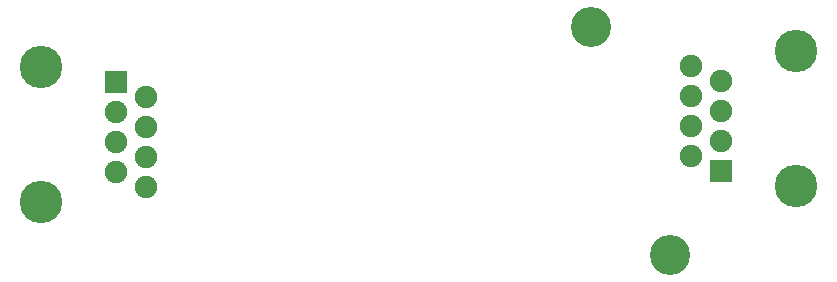
<source format=gbr>
G04 #@! TF.GenerationSoftware,KiCad,Pcbnew,(5.0.0)*
G04 #@! TF.CreationDate,2019-01-08T22:48:22-05:00*
G04 #@! TF.ProjectId,PoE PSE,506F45205053452E6B696361645F7063,rev?*
G04 #@! TF.SameCoordinates,Original*
G04 #@! TF.FileFunction,Soldermask,Bot*
G04 #@! TF.FilePolarity,Negative*
%FSLAX46Y46*%
G04 Gerber Fmt 4.6, Leading zero omitted, Abs format (unit mm)*
G04 Created by KiCad (PCBNEW (5.0.0)) date 01/08/19 22:48:22*
%MOMM*%
%LPD*%
G01*
G04 APERTURE LIST*
%ADD10C,3.400000*%
%ADD11C,1.900000*%
%ADD12R,1.900000X1.900000*%
%ADD13C,3.600000*%
G04 APERTURE END LIST*
D10*
G04 #@! TO.C,REF\002A\002A*
X150065740Y-116784120D03*
G04 #@! TD*
D11*
G04 #@! TO.C,J1*
X105727500Y-110998000D03*
X103187500Y-109728000D03*
X105727500Y-108458000D03*
X103187500Y-107188000D03*
X105727500Y-105918000D03*
X103187500Y-104648000D03*
X105727500Y-103378000D03*
D12*
X103187500Y-102108000D03*
D13*
X96837500Y-100838000D03*
X96837500Y-112268000D03*
G04 #@! TD*
G04 #@! TO.C,J3*
X160782000Y-99504500D03*
X160782000Y-110934500D03*
D12*
X154432000Y-109664500D03*
D11*
X151892000Y-108394500D03*
X154432000Y-107124500D03*
X151892000Y-105854500D03*
X154432000Y-104584500D03*
X151892000Y-103314500D03*
X154432000Y-102044500D03*
X151892000Y-100774500D03*
G04 #@! TD*
D10*
G04 #@! TO.C,REF\002A\002A*
X143418560Y-97439480D03*
G04 #@! TD*
M02*

</source>
